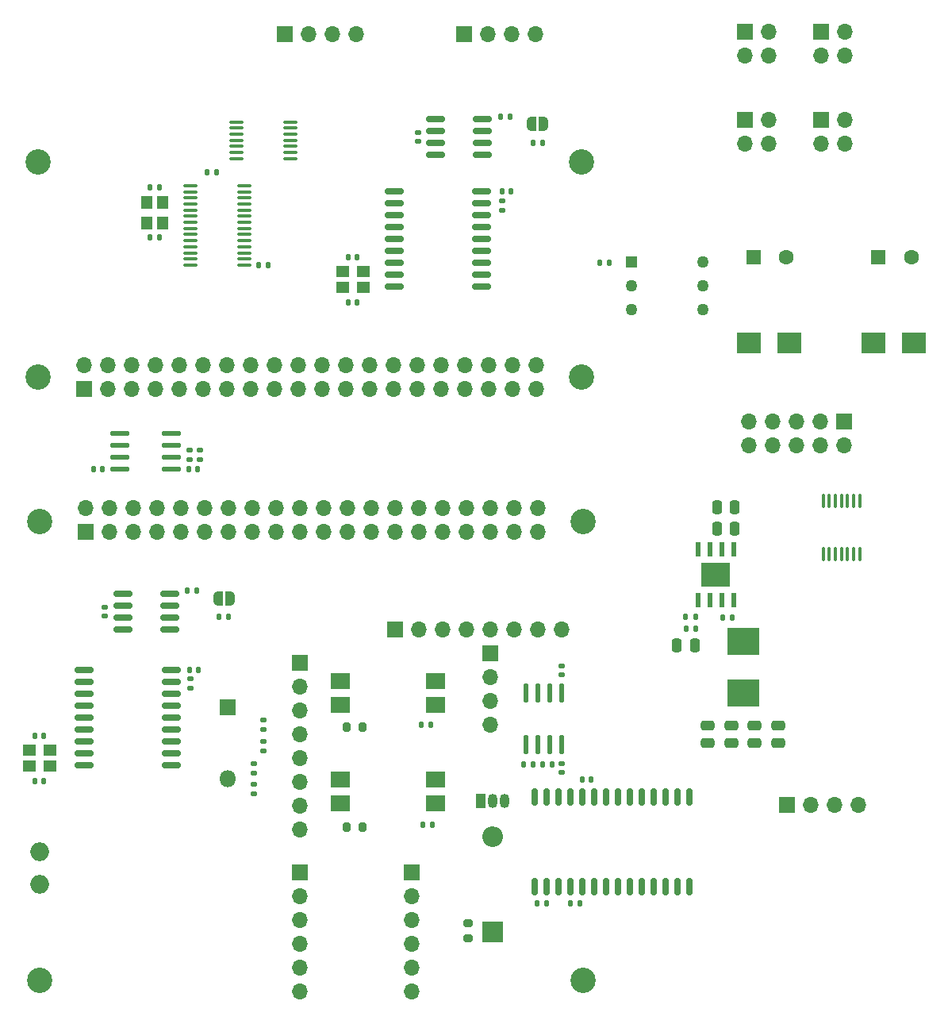
<source format=gbr>
%TF.GenerationSoftware,KiCad,Pcbnew,6.0.2+dfsg-1*%
%TF.CreationDate,2023-06-13T19:55:06-04:00*%
%TF.ProjectId,EngineData,456e6769-6e65-4446-9174-612e6b696361,rev?*%
%TF.SameCoordinates,Original*%
%TF.FileFunction,Soldermask,Top*%
%TF.FilePolarity,Negative*%
%FSLAX46Y46*%
G04 Gerber Fmt 4.6, Leading zero omitted, Abs format (unit mm)*
G04 Created by KiCad (PCBNEW 6.0.2+dfsg-1) date 2023-06-13 19:55:06*
%MOMM*%
%LPD*%
G01*
G04 APERTURE LIST*
G04 Aperture macros list*
%AMRoundRect*
0 Rectangle with rounded corners*
0 $1 Rounding radius*
0 $2 $3 $4 $5 $6 $7 $8 $9 X,Y pos of 4 corners*
0 Add a 4 corners polygon primitive as box body*
4,1,4,$2,$3,$4,$5,$6,$7,$8,$9,$2,$3,0*
0 Add four circle primitives for the rounded corners*
1,1,$1+$1,$2,$3*
1,1,$1+$1,$4,$5*
1,1,$1+$1,$6,$7*
1,1,$1+$1,$8,$9*
0 Add four rect primitives between the rounded corners*
20,1,$1+$1,$2,$3,$4,$5,0*
20,1,$1+$1,$4,$5,$6,$7,0*
20,1,$1+$1,$6,$7,$8,$9,0*
20,1,$1+$1,$8,$9,$2,$3,0*%
%AMFreePoly0*
4,1,22,0.500000,-0.750000,0.000000,-0.750000,0.000000,-0.745033,-0.079941,-0.743568,-0.215256,-0.701293,-0.333266,-0.622738,-0.424486,-0.514219,-0.481581,-0.384460,-0.499164,-0.250000,-0.500000,-0.250000,-0.500000,0.250000,-0.499164,0.250000,-0.499963,0.256109,-0.478152,0.396186,-0.417904,0.524511,-0.324060,0.630769,-0.204165,0.706417,-0.067858,0.745374,0.000000,0.744959,0.000000,0.750000,
0.500000,0.750000,0.500000,-0.750000,0.500000,-0.750000,$1*%
%AMFreePoly1*
4,1,20,0.000000,0.744959,0.073905,0.744508,0.209726,0.703889,0.328688,0.626782,0.421226,0.519385,0.479903,0.390333,0.500000,0.250000,0.500000,-0.250000,0.499851,-0.262216,0.476331,-0.402017,0.414519,-0.529596,0.319384,-0.634700,0.198574,-0.708877,0.061801,-0.746166,0.000000,-0.745033,0.000000,-0.750000,-0.500000,-0.750000,-0.500000,0.750000,0.000000,0.750000,0.000000,0.744959,
0.000000,0.744959,$1*%
G04 Aperture macros list end*
%ADD10R,1.999996X1.799996*%
%ADD11RoundRect,0.135000X-0.135000X-0.185000X0.135000X-0.185000X0.135000X0.185000X-0.135000X0.185000X0*%
%ADD12R,1.800000X1.800000*%
%ADD13O,1.800000X1.800000*%
%ADD14RoundRect,0.140000X0.140000X0.170000X-0.140000X0.170000X-0.140000X-0.170000X0.140000X-0.170000X0*%
%ADD15O,0.590000X2.050000*%
%ADD16C,2.700000*%
%ADD17R,1.200000X1.400000*%
%ADD18RoundRect,0.135000X0.135000X0.185000X-0.135000X0.185000X-0.135000X-0.185000X0.135000X-0.185000X0*%
%ADD19R,1.700000X1.700000*%
%ADD20O,1.700000X1.700000*%
%ADD21O,2.050000X0.590000*%
%ADD22RoundRect,0.140000X-0.140000X-0.170000X0.140000X-0.170000X0.140000X0.170000X-0.140000X0.170000X0*%
%ADD23RoundRect,0.135000X-0.185000X0.135000X-0.185000X-0.135000X0.185000X-0.135000X0.185000X0.135000X0*%
%ADD24RoundRect,0.135000X0.185000X-0.135000X0.185000X0.135000X-0.185000X0.135000X-0.185000X-0.135000X0*%
%ADD25RoundRect,0.250000X-0.475000X0.250000X-0.475000X-0.250000X0.475000X-0.250000X0.475000X0.250000X0*%
%ADD26RoundRect,0.140000X0.170000X-0.140000X0.170000X0.140000X-0.170000X0.140000X-0.170000X-0.140000X0*%
%ADD27RoundRect,0.140000X-0.170000X0.140000X-0.170000X-0.140000X0.170000X-0.140000X0.170000X0.140000X0*%
%ADD28R,2.500000X2.300000*%
%ADD29RoundRect,0.250000X-0.250000X-0.475000X0.250000X-0.475000X0.250000X0.475000X-0.250000X0.475000X0*%
%ADD30RoundRect,0.150000X-0.825000X-0.150000X0.825000X-0.150000X0.825000X0.150000X-0.825000X0.150000X0*%
%ADD31FreePoly0,0.000000*%
%ADD32FreePoly1,0.000000*%
%ADD33RoundRect,0.100000X-0.100000X0.637500X-0.100000X-0.637500X0.100000X-0.637500X0.100000X0.637500X0*%
%ADD34R,1.400000X1.200000*%
%ADD35R,3.500000X2.950000*%
%ADD36RoundRect,0.200000X-0.200000X-0.275000X0.200000X-0.275000X0.200000X0.275000X-0.200000X0.275000X0*%
%ADD37R,3.100000X2.600000*%
%ADD38R,0.600000X1.550000*%
%ADD39R,1.600000X1.600000*%
%ADD40C,1.600000*%
%ADD41RoundRect,0.150000X-0.875000X-0.150000X0.875000X-0.150000X0.875000X0.150000X-0.875000X0.150000X0*%
%ADD42RoundRect,0.150000X-0.150000X0.750000X-0.150000X-0.750000X0.150000X-0.750000X0.150000X0.750000X0*%
%ADD43RoundRect,0.100000X-0.637500X-0.100000X0.637500X-0.100000X0.637500X0.100000X-0.637500X0.100000X0*%
%ADD44RoundRect,0.250000X0.250000X0.475000X-0.250000X0.475000X-0.250000X-0.475000X0.250000X-0.475000X0*%
%ADD45R,1.260000X1.260000*%
%ADD46C,1.260000*%
%ADD47O,2.000000X2.000000*%
%ADD48R,1.050000X1.500000*%
%ADD49O,1.050000X1.500000*%
%ADD50RoundRect,0.200000X0.275000X-0.200000X0.275000X0.200000X-0.275000X0.200000X-0.275000X-0.200000X0*%
%ADD51R,2.200000X2.200000*%
%ADD52O,2.200000X2.200000*%
G04 APERTURE END LIST*
D10*
%TO.C,U9*%
X139212091Y-122173898D03*
X139212091Y-119633899D03*
X129011960Y-119633899D03*
X129011960Y-122173898D03*
%TD*%
%TO.C,U2*%
X139212091Y-132714898D03*
X139212091Y-130174899D03*
X129011960Y-130174899D03*
X129011960Y-132714898D03*
%TD*%
D11*
%TO.C,R17*%
X112647000Y-110038000D03*
X113667000Y-110038000D03*
%TD*%
D12*
%TO.C,D3*%
X116967000Y-122428000D03*
D13*
X116967000Y-130048000D03*
%TD*%
D14*
%TO.C,C4*%
X147236000Y-67437000D03*
X146276000Y-67437000D03*
%TD*%
D15*
%TO.C,U10*%
X152659000Y-120928000D03*
X151379000Y-120928000D03*
X150119000Y-120928000D03*
X148849000Y-120928000D03*
X148849000Y-126468000D03*
X150119000Y-126468000D03*
X151379000Y-126468000D03*
X152659000Y-126468000D03*
%TD*%
D16*
%TO.C,H5*%
X154774000Y-87249000D03*
%TD*%
D17*
%TO.C,Y3*%
X110014000Y-70823000D03*
X110014000Y-68623000D03*
X108314000Y-68623000D03*
X108314000Y-70823000D03*
%TD*%
D18*
%TO.C,R22*%
X149608000Y-128524000D03*
X148588000Y-128524000D03*
%TD*%
D14*
%TO.C,C14*%
X113891000Y-118491000D03*
X112931000Y-118491000D03*
%TD*%
D19*
%TO.C,J11*%
X180335000Y-59812000D03*
D20*
X182875000Y-59812000D03*
X180335000Y-62352000D03*
X182875000Y-62352000D03*
%TD*%
D21*
%TO.C,U8*%
X110974000Y-97033000D03*
X110974000Y-95753000D03*
X110974000Y-94493000D03*
X110974000Y-93223000D03*
X105434000Y-93223000D03*
X105434000Y-94493000D03*
X105434000Y-95753000D03*
X105434000Y-97033000D03*
%TD*%
D22*
%TO.C,C3*%
X102644000Y-97028000D03*
X103604000Y-97028000D03*
%TD*%
D23*
%TO.C,R3*%
X119761000Y-128427000D03*
X119761000Y-129447000D03*
%TD*%
D19*
%TO.C,J13*%
X180335000Y-50409000D03*
D20*
X182875000Y-50409000D03*
X180335000Y-52949000D03*
X182875000Y-52949000D03*
%TD*%
D24*
%TO.C,R19*%
X114046000Y-96014000D03*
X114046000Y-94994000D03*
%TD*%
D25*
%TO.C,Cout2*%
X170714668Y-124402000D03*
X170714668Y-126302000D03*
%TD*%
D26*
%TO.C,C2*%
X137287000Y-62075000D03*
X137287000Y-61115000D03*
%TD*%
D14*
%TO.C,C7*%
X155801000Y-130175000D03*
X154841000Y-130175000D03*
%TD*%
D27*
%TO.C,C11*%
X152654000Y-118011000D03*
X152654000Y-118971000D03*
%TD*%
D24*
%TO.C,R20*%
X112903000Y-96014000D03*
X112903000Y-94994000D03*
%TD*%
D28*
%TO.C,D4*%
X185937000Y-83566000D03*
X190237000Y-83566000D03*
%TD*%
D29*
%TO.C,C9*%
X164938668Y-115835000D03*
X166838668Y-115835000D03*
%TD*%
D30*
%TO.C,U4*%
X139201000Y-59743000D03*
X139201000Y-61013000D03*
X139201000Y-62283000D03*
X139201000Y-63553000D03*
X144151000Y-63553000D03*
X144151000Y-62283000D03*
X144151000Y-61013000D03*
X144151000Y-59743000D03*
%TD*%
D31*
%TO.C,JP2*%
X115936000Y-110818000D03*
D32*
X117236000Y-110818000D03*
%TD*%
D19*
%TO.C,J9*%
X136618000Y-140081000D03*
D20*
X136618000Y-142621000D03*
X136618000Y-145161000D03*
X136618000Y-147701000D03*
X136618000Y-150241000D03*
X136618000Y-152781000D03*
%TD*%
D19*
%TO.C,J5*%
X134835000Y-114173000D03*
D20*
X137375000Y-114173000D03*
X139915000Y-114173000D03*
X142455000Y-114173000D03*
X144995000Y-114173000D03*
X147535000Y-114173000D03*
X150075000Y-114173000D03*
X152615000Y-114173000D03*
%TD*%
D31*
%TO.C,JP1*%
X149408000Y-60198000D03*
D32*
X150708000Y-60198000D03*
%TD*%
D16*
%TO.C,H6*%
X154774000Y-64249000D03*
%TD*%
D18*
%TO.C,Rfbt1*%
X166906668Y-114057000D03*
X165886668Y-114057000D03*
%TD*%
D33*
%TO.C,U3*%
X184449000Y-100398500D03*
X183799000Y-100398500D03*
X183149000Y-100398500D03*
X182499000Y-100398500D03*
X181849000Y-100398500D03*
X181199000Y-100398500D03*
X180549000Y-100398500D03*
X180549000Y-106123500D03*
X181199000Y-106123500D03*
X181849000Y-106123500D03*
X182499000Y-106123500D03*
X183149000Y-106123500D03*
X183799000Y-106123500D03*
X184449000Y-106123500D03*
%TD*%
D23*
%TO.C,R4*%
X119761000Y-130681000D03*
X119761000Y-131701000D03*
%TD*%
D19*
%TO.C,J3*%
X101820000Y-103764000D03*
D20*
X101820000Y-101224000D03*
X104360000Y-103764000D03*
X104360000Y-101224000D03*
X106900000Y-103764000D03*
X106900000Y-101224000D03*
X109440000Y-103764000D03*
X109440000Y-101224000D03*
X111980000Y-103764000D03*
X111980000Y-101224000D03*
X114520000Y-103764000D03*
X114520000Y-101224000D03*
X117060000Y-103764000D03*
X117060000Y-101224000D03*
X119600000Y-103764000D03*
X119600000Y-101224000D03*
X122140000Y-103764000D03*
X122140000Y-101224000D03*
X124680000Y-103764000D03*
X124680000Y-101224000D03*
X127220000Y-103764000D03*
X127220000Y-101224000D03*
X129760000Y-103764000D03*
X129760000Y-101224000D03*
X132300000Y-103764000D03*
X132300000Y-101224000D03*
X134840000Y-103764000D03*
X134840000Y-101224000D03*
X137380000Y-103764000D03*
X137380000Y-101224000D03*
X139920000Y-103764000D03*
X139920000Y-101224000D03*
X142460000Y-103764000D03*
X142460000Y-101224000D03*
X145000000Y-103764000D03*
X145000000Y-101224000D03*
X147540000Y-103764000D03*
X147540000Y-101224000D03*
X150080000Y-103764000D03*
X150080000Y-101224000D03*
%TD*%
D11*
%TO.C,R12*%
X146119000Y-59418000D03*
X147139000Y-59418000D03*
%TD*%
D19*
%TO.C,J14*%
X172207000Y-50409000D03*
D20*
X174747000Y-50409000D03*
X172207000Y-52949000D03*
X174747000Y-52949000D03*
%TD*%
D19*
%TO.C,J6*%
X144995000Y-116713000D03*
D20*
X144995000Y-119253000D03*
X144995000Y-121793000D03*
X144995000Y-124333000D03*
%TD*%
D34*
%TO.C,Y2*%
X95801000Y-128739000D03*
X98001000Y-128739000D03*
X98001000Y-127039000D03*
X95801000Y-127039000D03*
%TD*%
D19*
%TO.C,J16*%
X142250000Y-50673000D03*
D20*
X144790000Y-50673000D03*
X147330000Y-50673000D03*
X149870000Y-50673000D03*
%TD*%
D28*
%TO.C,D1*%
X172602000Y-83566000D03*
X176902000Y-83566000D03*
%TD*%
D35*
%TO.C,L1*%
X171984668Y-115454000D03*
X171984668Y-120904000D03*
%TD*%
D11*
%TO.C,R21*%
X150620000Y-128524000D03*
X151640000Y-128524000D03*
%TD*%
D25*
%TO.C,Cout1*%
X168217000Y-124402000D03*
X168217000Y-126302000D03*
%TD*%
D22*
%TO.C,C17*%
X108712000Y-67019500D03*
X109672000Y-67019500D03*
%TD*%
D36*
%TO.C,R10*%
X129731000Y-124587000D03*
X131381000Y-124587000D03*
%TD*%
D14*
%TO.C,C1*%
X113764000Y-97028000D03*
X112804000Y-97028000D03*
%TD*%
D25*
%TO.C,Cout3*%
X173212334Y-124402000D03*
X173212334Y-126302000D03*
%TD*%
D16*
%TO.C,H1*%
X96901000Y-102616000D03*
%TD*%
D25*
%TO.C,Cout4*%
X175710000Y-124402000D03*
X175710000Y-126302000D03*
%TD*%
D14*
%TO.C,C15*%
X97381000Y-130302000D03*
X96421000Y-130302000D03*
%TD*%
D22*
%TO.C,Cboot1*%
X169853668Y-112914000D03*
X170813668Y-112914000D03*
%TD*%
D37*
%TO.C,U7*%
X169063668Y-108342000D03*
D38*
X170968668Y-105642000D03*
X169698668Y-105642000D03*
X168428668Y-105642000D03*
X167158668Y-105642000D03*
X167158668Y-111042000D03*
X168428668Y-111042000D03*
X169698668Y-111042000D03*
X170968668Y-111042000D03*
%TD*%
D22*
%TO.C,C6*%
X129865000Y-74422000D03*
X130825000Y-74422000D03*
%TD*%
D39*
%TO.C,C8*%
X186434349Y-74422000D03*
D40*
X189934349Y-74422000D03*
%TD*%
D26*
%TO.C,C13*%
X103886000Y-112748000D03*
X103886000Y-111788000D03*
%TD*%
D24*
%TO.C,R13*%
X146248000Y-69471000D03*
X146248000Y-68451000D03*
%TD*%
D41*
%TO.C,U12*%
X101649000Y-118491000D03*
X101649000Y-119761000D03*
X101649000Y-121031000D03*
X101649000Y-122301000D03*
X101649000Y-123571000D03*
X101649000Y-124841000D03*
X101649000Y-126111000D03*
X101649000Y-127381000D03*
X101649000Y-128651000D03*
X110949000Y-128651000D03*
X110949000Y-127381000D03*
X110949000Y-126111000D03*
X110949000Y-124841000D03*
X110949000Y-123571000D03*
X110949000Y-122301000D03*
X110949000Y-121031000D03*
X110949000Y-119761000D03*
X110949000Y-118491000D03*
%TD*%
D19*
%TO.C,J8*%
X124680000Y-140081000D03*
D20*
X124680000Y-142621000D03*
X124680000Y-145161000D03*
X124680000Y-147701000D03*
X124680000Y-150241000D03*
X124680000Y-152781000D03*
%TD*%
D19*
%TO.C,J2*%
X176667000Y-132842000D03*
D20*
X179207000Y-132842000D03*
X181747000Y-132842000D03*
X184287000Y-132842000D03*
%TD*%
D14*
%TO.C,C5*%
X130825000Y-79248000D03*
X129865000Y-79248000D03*
%TD*%
D39*
%TO.C,C10*%
X173099349Y-74422000D03*
D40*
X176599349Y-74422000D03*
%TD*%
D11*
%TO.C,R11*%
X149548000Y-62230000D03*
X150568000Y-62230000D03*
%TD*%
D42*
%TO.C,U6*%
X166243000Y-131979000D03*
X164973000Y-131979000D03*
X163703000Y-131979000D03*
X162433000Y-131979000D03*
X161163000Y-131979000D03*
X159893000Y-131979000D03*
X158623000Y-131979000D03*
X157353000Y-131979000D03*
X156083000Y-131979000D03*
X154813000Y-131979000D03*
X153543000Y-131979000D03*
X152273000Y-131979000D03*
X151003000Y-131979000D03*
X149733000Y-131979000D03*
X149733000Y-141579000D03*
X151003000Y-141579000D03*
X152273000Y-141579000D03*
X153543000Y-141579000D03*
X154813000Y-141579000D03*
X156083000Y-141579000D03*
X157353000Y-141579000D03*
X158623000Y-141579000D03*
X159893000Y-141579000D03*
X161163000Y-141579000D03*
X162433000Y-141579000D03*
X163703000Y-141579000D03*
X164973000Y-141579000D03*
X166243000Y-141579000D03*
%TD*%
D19*
%TO.C,J15*%
X123073000Y-50673000D03*
D20*
X125613000Y-50673000D03*
X128153000Y-50673000D03*
X130693000Y-50673000D03*
%TD*%
D43*
%TO.C,U13*%
X117914500Y-60026000D03*
X117914500Y-60676000D03*
X117914500Y-61326000D03*
X117914500Y-61976000D03*
X117914500Y-62626000D03*
X117914500Y-63276000D03*
X117914500Y-63926000D03*
X123639500Y-63926000D03*
X123639500Y-63276000D03*
X123639500Y-62626000D03*
X123639500Y-61976000D03*
X123639500Y-61326000D03*
X123639500Y-60676000D03*
X123639500Y-60026000D03*
%TD*%
D22*
%TO.C,C18*%
X108712000Y-72353500D03*
X109672000Y-72353500D03*
%TD*%
D44*
%TO.C,Cin1*%
X171130000Y-101092000D03*
X169230000Y-101092000D03*
%TD*%
D41*
%TO.C,U5*%
X134796000Y-67437000D03*
X134796000Y-68707000D03*
X134796000Y-69977000D03*
X134796000Y-71247000D03*
X134796000Y-72517000D03*
X134796000Y-73787000D03*
X134796000Y-75057000D03*
X134796000Y-76327000D03*
X134796000Y-77597000D03*
X144096000Y-77597000D03*
X144096000Y-76327000D03*
X144096000Y-75057000D03*
X144096000Y-73787000D03*
X144096000Y-72517000D03*
X144096000Y-71247000D03*
X144096000Y-69977000D03*
X144096000Y-68707000D03*
X144096000Y-67437000D03*
%TD*%
D26*
%TO.C,C12*%
X152654000Y-129385000D03*
X152654000Y-128425000D03*
%TD*%
D16*
%TO.C,H3*%
X96901000Y-151616000D03*
%TD*%
D19*
%TO.C,J10*%
X101688000Y-88506000D03*
D20*
X101688000Y-85966000D03*
X104228000Y-88506000D03*
X104228000Y-85966000D03*
X106768000Y-88506000D03*
X106768000Y-85966000D03*
X109308000Y-88506000D03*
X109308000Y-85966000D03*
X111848000Y-88506000D03*
X111848000Y-85966000D03*
X114388000Y-88506000D03*
X114388000Y-85966000D03*
X116928000Y-88506000D03*
X116928000Y-85966000D03*
X119468000Y-88506000D03*
X119468000Y-85966000D03*
X122008000Y-88506000D03*
X122008000Y-85966000D03*
X124548000Y-88506000D03*
X124548000Y-85966000D03*
X127088000Y-88506000D03*
X127088000Y-85966000D03*
X129628000Y-88506000D03*
X129628000Y-85966000D03*
X132168000Y-88506000D03*
X132168000Y-85966000D03*
X134708000Y-88506000D03*
X134708000Y-85966000D03*
X137248000Y-88506000D03*
X137248000Y-85966000D03*
X139788000Y-88506000D03*
X139788000Y-85966000D03*
X142328000Y-88506000D03*
X142328000Y-85966000D03*
X144868000Y-88506000D03*
X144868000Y-85966000D03*
X147408000Y-88506000D03*
X147408000Y-85966000D03*
X149948000Y-88506000D03*
X149948000Y-85966000D03*
%TD*%
D11*
%TO.C,R16*%
X116076000Y-112776000D03*
X117096000Y-112776000D03*
%TD*%
D18*
%TO.C,Rfbb1*%
X166904668Y-112787000D03*
X165884668Y-112787000D03*
%TD*%
D23*
%TO.C,R5*%
X120777000Y-123821000D03*
X120777000Y-124841000D03*
%TD*%
D45*
%TO.C,U1*%
X160106500Y-74930000D03*
D46*
X160106500Y-77470000D03*
X160106500Y-80010000D03*
X167726500Y-80010000D03*
X167726500Y-77470000D03*
X167726500Y-74930000D03*
%TD*%
D18*
%TO.C,R14*%
X151005000Y-143383000D03*
X149985000Y-143383000D03*
%TD*%
D47*
%TO.C,J4*%
X96901000Y-141323000D03*
X96901000Y-137823000D03*
%TD*%
D19*
%TO.C,J1*%
X182748000Y-91943000D03*
D20*
X182748000Y-94483000D03*
X180208000Y-91943000D03*
X180208000Y-94483000D03*
X177668000Y-91943000D03*
X177668000Y-94483000D03*
X175128000Y-91943000D03*
X175128000Y-94483000D03*
X172588000Y-91943000D03*
X172588000Y-94483000D03*
%TD*%
D18*
%TO.C,R24*%
X121287000Y-75311000D03*
X120267000Y-75311000D03*
%TD*%
%TO.C,R15*%
X154561000Y-143383000D03*
X153541000Y-143383000D03*
%TD*%
D16*
%TO.C,H8*%
X96774000Y-87249000D03*
%TD*%
D22*
%TO.C,C16*%
X96421000Y-125476000D03*
X97381000Y-125476000D03*
%TD*%
D44*
%TO.C,Chf1*%
X171130000Y-103378000D03*
X169230000Y-103378000D03*
%TD*%
D16*
%TO.C,H7*%
X96774000Y-64249000D03*
%TD*%
D48*
%TO.C,Q1*%
X144018000Y-132440000D03*
D49*
X145288000Y-132440000D03*
X146558000Y-132440000D03*
%TD*%
D18*
%TO.C,R9*%
X138686000Y-124333000D03*
X137666000Y-124333000D03*
%TD*%
D43*
%TO.C,U14*%
X113004500Y-66831000D03*
X113004500Y-67481000D03*
X113004500Y-68131000D03*
X113004500Y-68781000D03*
X113004500Y-69431000D03*
X113004500Y-70081000D03*
X113004500Y-70731000D03*
X113004500Y-71381000D03*
X113004500Y-72031000D03*
X113004500Y-72681000D03*
X113004500Y-73331000D03*
X113004500Y-73981000D03*
X113004500Y-74631000D03*
X113004500Y-75281000D03*
X118729500Y-75281000D03*
X118729500Y-74631000D03*
X118729500Y-73981000D03*
X118729500Y-73331000D03*
X118729500Y-72681000D03*
X118729500Y-72031000D03*
X118729500Y-71381000D03*
X118729500Y-70731000D03*
X118729500Y-70081000D03*
X118729500Y-69431000D03*
X118729500Y-68781000D03*
X118729500Y-68131000D03*
X118729500Y-67481000D03*
X118729500Y-66831000D03*
%TD*%
D11*
%TO.C,R2*%
X156675500Y-75057000D03*
X157695500Y-75057000D03*
%TD*%
D18*
%TO.C,R23*%
X115826000Y-65405000D03*
X114806000Y-65405000D03*
%TD*%
D19*
%TO.C,J12*%
X172207000Y-59812000D03*
D20*
X174747000Y-59812000D03*
X172207000Y-62352000D03*
X174747000Y-62352000D03*
%TD*%
D19*
%TO.C,J7*%
X124680000Y-117744000D03*
D20*
X124680000Y-120284000D03*
X124680000Y-122824000D03*
X124680000Y-125364000D03*
X124680000Y-127904000D03*
X124680000Y-130444000D03*
X124680000Y-132984000D03*
X124680000Y-135524000D03*
%TD*%
D18*
%TO.C,R7*%
X138813000Y-135001000D03*
X137793000Y-135001000D03*
%TD*%
D16*
%TO.C,H4*%
X154901000Y-151616000D03*
%TD*%
D50*
%TO.C,R1*%
X142621000Y-147126000D03*
X142621000Y-145476000D03*
%TD*%
D30*
%TO.C,U11*%
X105856000Y-110363000D03*
X105856000Y-111633000D03*
X105856000Y-112903000D03*
X105856000Y-114173000D03*
X110806000Y-114173000D03*
X110806000Y-112903000D03*
X110806000Y-111633000D03*
X110806000Y-110363000D03*
%TD*%
D16*
%TO.C,H2*%
X154901000Y-102616000D03*
%TD*%
D34*
%TO.C,Y1*%
X129245000Y-77687000D03*
X131445000Y-77687000D03*
X131445000Y-75987000D03*
X129245000Y-75987000D03*
%TD*%
D24*
%TO.C,R18*%
X113030000Y-120398000D03*
X113030000Y-119378000D03*
%TD*%
D51*
%TO.C,D2*%
X145288000Y-146431000D03*
D52*
X145288000Y-136271000D03*
%TD*%
D23*
%TO.C,R6*%
X120777000Y-126109000D03*
X120777000Y-127129000D03*
%TD*%
D36*
%TO.C,R8*%
X129731000Y-135255000D03*
X131381000Y-135255000D03*
%TD*%
M02*

</source>
